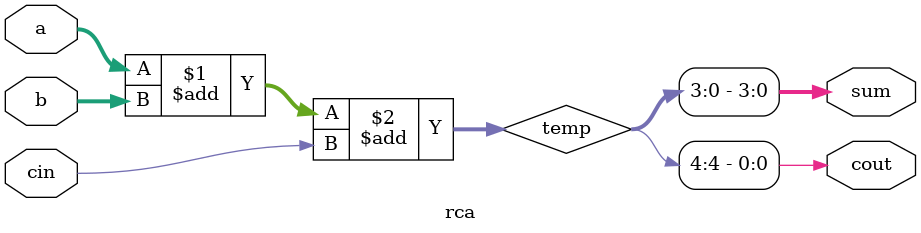
<source format=v>
module rca (  input [3:0] a,
            input [3:0] b,
                  input cin,
                  output reg cout,
            output reg [3:0] sum);
 
  reg [4:0]temp;
  
  assign temp[4:0] = a + b + cin;   
  assign sum[3:0] = temp[3:0];
  assign cout = temp[4];
 
endmodule


</source>
